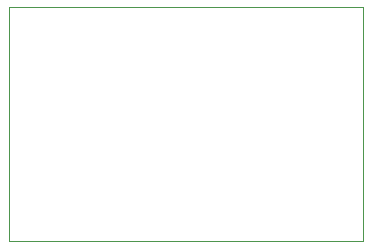
<source format=gbr>
%TF.GenerationSoftware,KiCad,Pcbnew,7.0.7-7.0.7~ubuntu23.04.1*%
%TF.CreationDate,2023-09-23T00:40:23+00:00*%
%TF.ProjectId,TEMPSEN01,54454d50-5345-44e3-9031-2e6b69636164,rev?*%
%TF.SameCoordinates,Original*%
%TF.FileFunction,Profile,NP*%
%FSLAX46Y46*%
G04 Gerber Fmt 4.6, Leading zero omitted, Abs format (unit mm)*
G04 Created by KiCad (PCBNEW 7.0.7-7.0.7~ubuntu23.04.1) date 2023-09-23 00:40:23*
%MOMM*%
%LPD*%
G01*
G04 APERTURE LIST*
%TA.AperFunction,Profile*%
%ADD10C,0.100000*%
%TD*%
G04 APERTURE END LIST*
D10*
X96774000Y-61214000D02*
X126746000Y-61214000D01*
X126746000Y-81026000D01*
X96774000Y-81026000D01*
X96774000Y-61214000D01*
M02*

</source>
